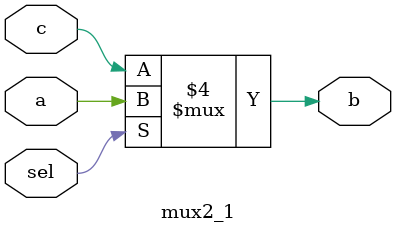
<source format=v>
module mux2_1(input a, input c, input sel, output reg b);
  always @(sel,a,c)
     if (sel == 1)
         b = a;
      else
          b = c;
endmodule

</source>
